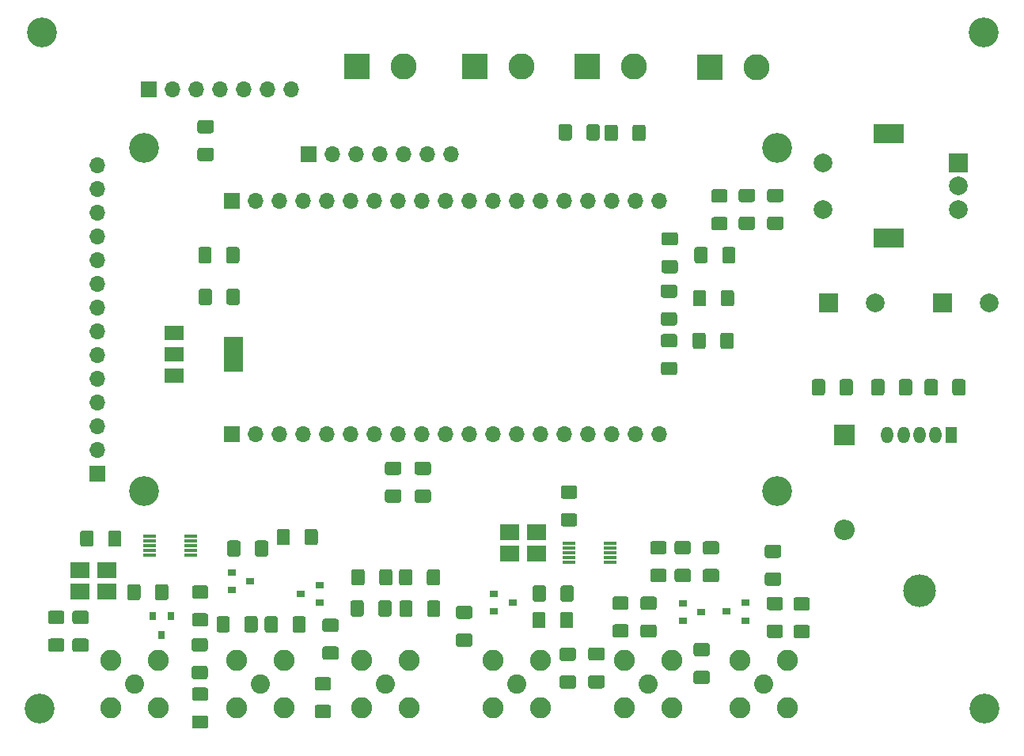
<source format=gbr>
G04 #@! TF.GenerationSoftware,KiCad,Pcbnew,(5.1.8)-1*
G04 #@! TF.CreationDate,2021-01-05T15:25:35+01:00*
G04 #@! TF.ProjectId,vfo-pcb,76666f2d-7063-4622-9e6b-696361645f70,rev?*
G04 #@! TF.SameCoordinates,Original*
G04 #@! TF.FileFunction,Soldermask,Top*
G04 #@! TF.FilePolarity,Negative*
%FSLAX46Y46*%
G04 Gerber Fmt 4.6, Leading zero omitted, Abs format (unit mm)*
G04 Created by KiCad (PCBNEW (5.1.8)-1) date 2021-01-05 15:25:35*
%MOMM*%
%LPD*%
G01*
G04 APERTURE LIST*
%ADD10O,1.275000X1.800000*%
%ADD11R,1.275000X1.800000*%
%ADD12O,3.500000X3.500000*%
%ADD13O,2.200000X2.200000*%
%ADD14R,2.200000X2.200000*%
%ADD15C,2.000000*%
%ADD16R,2.000000X2.000000*%
%ADD17C,3.200000*%
%ADD18R,0.900000X0.800000*%
%ADD19R,0.800000X0.900000*%
%ADD20R,1.700000X1.700000*%
%ADD21O,1.700000X1.700000*%
%ADD22R,1.400000X0.300000*%
%ADD23R,2.800000X2.800000*%
%ADD24C,2.800000*%
%ADD25R,3.200000X2.000000*%
%ADD26C,2.050000*%
%ADD27C,2.250000*%
%ADD28R,2.100000X1.800000*%
%ADD29R,2.000000X3.800000*%
%ADD30R,2.000000X1.500000*%
G04 APERTURE END LIST*
G36*
G01*
X102947500Y-66050000D02*
X102947500Y-67300000D01*
G75*
G02*
X102697500Y-67550000I-250000J0D01*
G01*
X101772500Y-67550000D01*
G75*
G02*
X101522500Y-67300000I0J250000D01*
G01*
X101522500Y-66050000D01*
G75*
G02*
X101772500Y-65800000I250000J0D01*
G01*
X102697500Y-65800000D01*
G75*
G02*
X102947500Y-66050000I0J-250000D01*
G01*
G37*
G36*
G01*
X105922500Y-66050000D02*
X105922500Y-67300000D01*
G75*
G02*
X105672500Y-67550000I-250000J0D01*
G01*
X104747500Y-67550000D01*
G75*
G02*
X104497500Y-67300000I0J250000D01*
G01*
X104497500Y-66050000D01*
G75*
G02*
X104747500Y-65800000I250000J0D01*
G01*
X105672500Y-65800000D01*
G75*
G02*
X105922500Y-66050000I0J-250000D01*
G01*
G37*
D10*
X136710000Y-99060000D03*
X138410000Y-99060000D03*
X140110000Y-99060000D03*
X141810000Y-99060000D03*
D11*
X143510000Y-99060000D03*
D12*
X140110000Y-115720000D03*
G36*
G01*
X143650000Y-94605000D02*
X143650000Y-93355000D01*
G75*
G02*
X143900000Y-93105000I250000J0D01*
G01*
X144825000Y-93105000D01*
G75*
G02*
X145075000Y-93355000I0J-250000D01*
G01*
X145075000Y-94605000D01*
G75*
G02*
X144825000Y-94855000I-250000J0D01*
G01*
X143900000Y-94855000D01*
G75*
G02*
X143650000Y-94605000I0J250000D01*
G01*
G37*
G36*
G01*
X140675000Y-94605000D02*
X140675000Y-93355000D01*
G75*
G02*
X140925000Y-93105000I250000J0D01*
G01*
X141850000Y-93105000D01*
G75*
G02*
X142100000Y-93355000I0J-250000D01*
G01*
X142100000Y-94605000D01*
G75*
G02*
X141850000Y-94855000I-250000J0D01*
G01*
X140925000Y-94855000D01*
G75*
G02*
X140675000Y-94605000I0J250000D01*
G01*
G37*
G36*
G01*
X137935000Y-94605000D02*
X137935000Y-93355000D01*
G75*
G02*
X138185000Y-93105000I250000J0D01*
G01*
X139110000Y-93105000D01*
G75*
G02*
X139360000Y-93355000I0J-250000D01*
G01*
X139360000Y-94605000D01*
G75*
G02*
X139110000Y-94855000I-250000J0D01*
G01*
X138185000Y-94855000D01*
G75*
G02*
X137935000Y-94605000I0J250000D01*
G01*
G37*
G36*
G01*
X134960000Y-94605000D02*
X134960000Y-93355000D01*
G75*
G02*
X135210000Y-93105000I250000J0D01*
G01*
X136135000Y-93105000D01*
G75*
G02*
X136385000Y-93355000I0J-250000D01*
G01*
X136385000Y-94605000D01*
G75*
G02*
X136135000Y-94855000I-250000J0D01*
G01*
X135210000Y-94855000D01*
G75*
G02*
X134960000Y-94605000I0J250000D01*
G01*
G37*
D13*
X132080000Y-109220000D03*
D14*
X132080000Y-99060000D03*
D15*
X147610000Y-84980000D03*
D16*
X142610000Y-84980000D03*
D15*
X135390000Y-84980000D03*
D16*
X130390000Y-84980000D03*
G36*
G01*
X63129000Y-68339000D02*
X64379000Y-68339000D01*
G75*
G02*
X64629000Y-68589000I0J-250000D01*
G01*
X64629000Y-69514000D01*
G75*
G02*
X64379000Y-69764000I-250000J0D01*
G01*
X63129000Y-69764000D01*
G75*
G02*
X62879000Y-69514000I0J250000D01*
G01*
X62879000Y-68589000D01*
G75*
G02*
X63129000Y-68339000I250000J0D01*
G01*
G37*
G36*
G01*
X63129000Y-65364000D02*
X64379000Y-65364000D01*
G75*
G02*
X64629000Y-65614000I0J-250000D01*
G01*
X64629000Y-66539000D01*
G75*
G02*
X64379000Y-66789000I-250000J0D01*
G01*
X63129000Y-66789000D01*
G75*
G02*
X62879000Y-66539000I0J250000D01*
G01*
X62879000Y-65614000D01*
G75*
G02*
X63129000Y-65364000I250000J0D01*
G01*
G37*
G36*
G01*
X75675000Y-127975000D02*
X76925000Y-127975000D01*
G75*
G02*
X77175000Y-128225000I0J-250000D01*
G01*
X77175000Y-129150000D01*
G75*
G02*
X76925000Y-129400000I-250000J0D01*
G01*
X75675000Y-129400000D01*
G75*
G02*
X75425000Y-129150000I0J250000D01*
G01*
X75425000Y-128225000D01*
G75*
G02*
X75675000Y-127975000I250000J0D01*
G01*
G37*
G36*
G01*
X75675000Y-125000000D02*
X76925000Y-125000000D01*
G75*
G02*
X77175000Y-125250000I0J-250000D01*
G01*
X77175000Y-126175000D01*
G75*
G02*
X76925000Y-126425000I-250000J0D01*
G01*
X75675000Y-126425000D01*
G75*
G02*
X75425000Y-126175000I0J250000D01*
G01*
X75425000Y-125250000D01*
G75*
G02*
X75675000Y-125000000I250000J0D01*
G01*
G37*
G36*
G01*
X62550000Y-129100000D02*
X63800000Y-129100000D01*
G75*
G02*
X64050000Y-129350000I0J-250000D01*
G01*
X64050000Y-130275000D01*
G75*
G02*
X63800000Y-130525000I-250000J0D01*
G01*
X62550000Y-130525000D01*
G75*
G02*
X62300000Y-130275000I0J250000D01*
G01*
X62300000Y-129350000D01*
G75*
G02*
X62550000Y-129100000I250000J0D01*
G01*
G37*
G36*
G01*
X62550000Y-126125000D02*
X63800000Y-126125000D01*
G75*
G02*
X64050000Y-126375000I0J-250000D01*
G01*
X64050000Y-127300000D01*
G75*
G02*
X63800000Y-127550000I-250000J0D01*
G01*
X62550000Y-127550000D01*
G75*
G02*
X62300000Y-127300000I0J250000D01*
G01*
X62300000Y-126375000D01*
G75*
G02*
X62550000Y-126125000I250000J0D01*
G01*
G37*
G36*
G01*
X80775000Y-113700000D02*
X80775000Y-114950000D01*
G75*
G02*
X80525000Y-115200000I-250000J0D01*
G01*
X79600000Y-115200000D01*
G75*
G02*
X79350000Y-114950000I0J250000D01*
G01*
X79350000Y-113700000D01*
G75*
G02*
X79600000Y-113450000I250000J0D01*
G01*
X80525000Y-113450000D01*
G75*
G02*
X80775000Y-113700000I0J-250000D01*
G01*
G37*
G36*
G01*
X83750000Y-113700000D02*
X83750000Y-114950000D01*
G75*
G02*
X83500000Y-115200000I-250000J0D01*
G01*
X82575000Y-115200000D01*
G75*
G02*
X82325000Y-114950000I0J250000D01*
G01*
X82325000Y-113700000D01*
G75*
G02*
X82575000Y-113450000I250000J0D01*
G01*
X83500000Y-113450000D01*
G75*
G02*
X83750000Y-113700000I0J-250000D01*
G01*
G37*
G36*
G01*
X66350000Y-118725000D02*
X66350000Y-119975000D01*
G75*
G02*
X66100000Y-120225000I-250000J0D01*
G01*
X65175000Y-120225000D01*
G75*
G02*
X64925000Y-119975000I0J250000D01*
G01*
X64925000Y-118725000D01*
G75*
G02*
X65175000Y-118475000I250000J0D01*
G01*
X66100000Y-118475000D01*
G75*
G02*
X66350000Y-118725000I0J-250000D01*
G01*
G37*
G36*
G01*
X69325000Y-118725000D02*
X69325000Y-119975000D01*
G75*
G02*
X69075000Y-120225000I-250000J0D01*
G01*
X68150000Y-120225000D01*
G75*
G02*
X67900000Y-119975000I0J250000D01*
G01*
X67900000Y-118725000D01*
G75*
G02*
X68150000Y-118475000I250000J0D01*
G01*
X69075000Y-118475000D01*
G75*
G02*
X69325000Y-118725000I0J-250000D01*
G01*
G37*
G36*
G01*
X47150000Y-120875000D02*
X48400000Y-120875000D01*
G75*
G02*
X48650000Y-121125000I0J-250000D01*
G01*
X48650000Y-122050000D01*
G75*
G02*
X48400000Y-122300000I-250000J0D01*
G01*
X47150000Y-122300000D01*
G75*
G02*
X46900000Y-122050000I0J250000D01*
G01*
X46900000Y-121125000D01*
G75*
G02*
X47150000Y-120875000I250000J0D01*
G01*
G37*
G36*
G01*
X47150000Y-117900000D02*
X48400000Y-117900000D01*
G75*
G02*
X48650000Y-118150000I0J-250000D01*
G01*
X48650000Y-119075000D01*
G75*
G02*
X48400000Y-119325000I-250000J0D01*
G01*
X47150000Y-119325000D01*
G75*
G02*
X46900000Y-119075000I0J250000D01*
G01*
X46900000Y-118150000D01*
G75*
G02*
X47150000Y-117900000I250000J0D01*
G01*
G37*
G36*
G01*
X80675000Y-117025000D02*
X80675000Y-118275000D01*
G75*
G02*
X80425000Y-118525000I-250000J0D01*
G01*
X79500000Y-118525000D01*
G75*
G02*
X79250000Y-118275000I0J250000D01*
G01*
X79250000Y-117025000D01*
G75*
G02*
X79500000Y-116775000I250000J0D01*
G01*
X80425000Y-116775000D01*
G75*
G02*
X80675000Y-117025000I0J-250000D01*
G01*
G37*
G36*
G01*
X83650000Y-117025000D02*
X83650000Y-118275000D01*
G75*
G02*
X83400000Y-118525000I-250000J0D01*
G01*
X82475000Y-118525000D01*
G75*
G02*
X82225000Y-118275000I0J250000D01*
G01*
X82225000Y-117025000D01*
G75*
G02*
X82475000Y-116775000I250000J0D01*
G01*
X83400000Y-116775000D01*
G75*
G02*
X83650000Y-117025000I0J-250000D01*
G01*
G37*
G36*
G01*
X106200000Y-123250000D02*
X104950000Y-123250000D01*
G75*
G02*
X104700000Y-123000000I0J250000D01*
G01*
X104700000Y-122075000D01*
G75*
G02*
X104950000Y-121825000I250000J0D01*
G01*
X106200000Y-121825000D01*
G75*
G02*
X106450000Y-122075000I0J-250000D01*
G01*
X106450000Y-123000000D01*
G75*
G02*
X106200000Y-123250000I-250000J0D01*
G01*
G37*
G36*
G01*
X106200000Y-126225000D02*
X104950000Y-126225000D01*
G75*
G02*
X104700000Y-125975000I0J250000D01*
G01*
X104700000Y-125050000D01*
G75*
G02*
X104950000Y-124800000I250000J0D01*
G01*
X106200000Y-124800000D01*
G75*
G02*
X106450000Y-125050000I0J-250000D01*
G01*
X106450000Y-125975000D01*
G75*
G02*
X106200000Y-126225000I-250000J0D01*
G01*
G37*
G36*
G01*
X103125000Y-123275000D02*
X101875000Y-123275000D01*
G75*
G02*
X101625000Y-123025000I0J250000D01*
G01*
X101625000Y-122100000D01*
G75*
G02*
X101875000Y-121850000I250000J0D01*
G01*
X103125000Y-121850000D01*
G75*
G02*
X103375000Y-122100000I0J-250000D01*
G01*
X103375000Y-123025000D01*
G75*
G02*
X103125000Y-123275000I-250000J0D01*
G01*
G37*
G36*
G01*
X103125000Y-126250000D02*
X101875000Y-126250000D01*
G75*
G02*
X101625000Y-126000000I0J250000D01*
G01*
X101625000Y-125075000D01*
G75*
G02*
X101875000Y-124825000I250000J0D01*
G01*
X103125000Y-124825000D01*
G75*
G02*
X103375000Y-125075000I0J-250000D01*
G01*
X103375000Y-126000000D01*
G75*
G02*
X103125000Y-126250000I-250000J0D01*
G01*
G37*
G36*
G01*
X107525000Y-119350000D02*
X108775000Y-119350000D01*
G75*
G02*
X109025000Y-119600000I0J-250000D01*
G01*
X109025000Y-120525000D01*
G75*
G02*
X108775000Y-120775000I-250000J0D01*
G01*
X107525000Y-120775000D01*
G75*
G02*
X107275000Y-120525000I0J250000D01*
G01*
X107275000Y-119600000D01*
G75*
G02*
X107525000Y-119350000I250000J0D01*
G01*
G37*
G36*
G01*
X107525000Y-116375000D02*
X108775000Y-116375000D01*
G75*
G02*
X109025000Y-116625000I0J-250000D01*
G01*
X109025000Y-117550000D01*
G75*
G02*
X108775000Y-117800000I-250000J0D01*
G01*
X107525000Y-117800000D01*
G75*
G02*
X107275000Y-117550000I0J250000D01*
G01*
X107275000Y-116625000D01*
G75*
G02*
X107525000Y-116375000I250000J0D01*
G01*
G37*
G36*
G01*
X101675000Y-119525000D02*
X101675000Y-118275000D01*
G75*
G02*
X101925000Y-118025000I250000J0D01*
G01*
X102850000Y-118025000D01*
G75*
G02*
X103100000Y-118275000I0J-250000D01*
G01*
X103100000Y-119525000D01*
G75*
G02*
X102850000Y-119775000I-250000J0D01*
G01*
X101925000Y-119775000D01*
G75*
G02*
X101675000Y-119525000I0J250000D01*
G01*
G37*
G36*
G01*
X98700000Y-119525000D02*
X98700000Y-118275000D01*
G75*
G02*
X98950000Y-118025000I250000J0D01*
G01*
X99875000Y-118025000D01*
G75*
G02*
X100125000Y-118275000I0J-250000D01*
G01*
X100125000Y-119525000D01*
G75*
G02*
X99875000Y-119775000I-250000J0D01*
G01*
X98950000Y-119775000D01*
G75*
G02*
X98700000Y-119525000I0J250000D01*
G01*
G37*
G36*
G01*
X128150000Y-117875000D02*
X126900000Y-117875000D01*
G75*
G02*
X126650000Y-117625000I0J250000D01*
G01*
X126650000Y-116700000D01*
G75*
G02*
X126900000Y-116450000I250000J0D01*
G01*
X128150000Y-116450000D01*
G75*
G02*
X128400000Y-116700000I0J-250000D01*
G01*
X128400000Y-117625000D01*
G75*
G02*
X128150000Y-117875000I-250000J0D01*
G01*
G37*
G36*
G01*
X128150000Y-120850000D02*
X126900000Y-120850000D01*
G75*
G02*
X126650000Y-120600000I0J250000D01*
G01*
X126650000Y-119675000D01*
G75*
G02*
X126900000Y-119425000I250000J0D01*
G01*
X128150000Y-119425000D01*
G75*
G02*
X128400000Y-119675000I0J-250000D01*
G01*
X128400000Y-120600000D01*
G75*
G02*
X128150000Y-120850000I-250000J0D01*
G01*
G37*
G36*
G01*
X125085000Y-112255000D02*
X123835000Y-112255000D01*
G75*
G02*
X123585000Y-112005000I0J250000D01*
G01*
X123585000Y-111080000D01*
G75*
G02*
X123835000Y-110830000I250000J0D01*
G01*
X125085000Y-110830000D01*
G75*
G02*
X125335000Y-111080000I0J-250000D01*
G01*
X125335000Y-112005000D01*
G75*
G02*
X125085000Y-112255000I-250000J0D01*
G01*
G37*
G36*
G01*
X125085000Y-115230000D02*
X123835000Y-115230000D01*
G75*
G02*
X123585000Y-114980000I0J250000D01*
G01*
X123585000Y-114055000D01*
G75*
G02*
X123835000Y-113805000I250000J0D01*
G01*
X125085000Y-113805000D01*
G75*
G02*
X125335000Y-114055000I0J-250000D01*
G01*
X125335000Y-114980000D01*
G75*
G02*
X125085000Y-115230000I-250000J0D01*
G01*
G37*
G36*
G01*
X73050000Y-120000000D02*
X73050000Y-118750000D01*
G75*
G02*
X73300000Y-118500000I250000J0D01*
G01*
X74225000Y-118500000D01*
G75*
G02*
X74475000Y-118750000I0J-250000D01*
G01*
X74475000Y-120000000D01*
G75*
G02*
X74225000Y-120250000I-250000J0D01*
G01*
X73300000Y-120250000D01*
G75*
G02*
X73050000Y-120000000I0J250000D01*
G01*
G37*
G36*
G01*
X70075000Y-120000000D02*
X70075000Y-118750000D01*
G75*
G02*
X70325000Y-118500000I250000J0D01*
G01*
X71250000Y-118500000D01*
G75*
G02*
X71500000Y-118750000I0J-250000D01*
G01*
X71500000Y-120000000D01*
G75*
G02*
X71250000Y-120250000I-250000J0D01*
G01*
X70325000Y-120250000D01*
G75*
G02*
X70075000Y-120000000I0J250000D01*
G01*
G37*
D17*
X147005040Y-56022240D03*
X45968920Y-128361440D03*
X46248320Y-56022240D03*
X147096480Y-128361440D03*
X57171360Y-105094520D03*
X124871360Y-105094520D03*
X124871360Y-68374520D03*
X57171360Y-68374520D03*
D18*
X116803680Y-118056660D03*
X114803680Y-119006660D03*
X114803680Y-117106660D03*
X96623380Y-117033040D03*
X94623380Y-117983040D03*
X94623380Y-116083040D03*
X119512840Y-118000780D03*
X121512840Y-117050780D03*
X121512840Y-118950780D03*
X68536060Y-114762280D03*
X66536060Y-115712280D03*
X66536060Y-113812280D03*
D19*
X59070240Y-120461280D03*
X58120240Y-118461280D03*
X60020240Y-118461280D03*
D18*
X73963020Y-116098320D03*
X75963020Y-115148320D03*
X75963020Y-117048320D03*
G36*
G01*
X87432180Y-114950400D02*
X87432180Y-113700400D01*
G75*
G02*
X87682180Y-113450400I250000J0D01*
G01*
X88607180Y-113450400D01*
G75*
G02*
X88857180Y-113700400I0J-250000D01*
G01*
X88857180Y-114950400D01*
G75*
G02*
X88607180Y-115200400I-250000J0D01*
G01*
X87682180Y-115200400D01*
G75*
G02*
X87432180Y-114950400I0J250000D01*
G01*
G37*
G36*
G01*
X84457180Y-114950400D02*
X84457180Y-113700400D01*
G75*
G02*
X84707180Y-113450400I250000J0D01*
G01*
X85632180Y-113450400D01*
G75*
G02*
X85882180Y-113700400I0J-250000D01*
G01*
X85882180Y-114950400D01*
G75*
G02*
X85632180Y-115200400I-250000J0D01*
G01*
X84707180Y-115200400D01*
G75*
G02*
X84457180Y-114950400I0J250000D01*
G01*
G37*
G36*
G01*
X77750000Y-120175000D02*
X76500000Y-120175000D01*
G75*
G02*
X76250000Y-119925000I0J250000D01*
G01*
X76250000Y-119000000D01*
G75*
G02*
X76500000Y-118750000I250000J0D01*
G01*
X77750000Y-118750000D01*
G75*
G02*
X78000000Y-119000000I0J-250000D01*
G01*
X78000000Y-119925000D01*
G75*
G02*
X77750000Y-120175000I-250000J0D01*
G01*
G37*
G36*
G01*
X77750000Y-123150000D02*
X76500000Y-123150000D01*
G75*
G02*
X76250000Y-122900000I0J250000D01*
G01*
X76250000Y-121975000D01*
G75*
G02*
X76500000Y-121725000I250000J0D01*
G01*
X77750000Y-121725000D01*
G75*
G02*
X78000000Y-121975000I0J-250000D01*
G01*
X78000000Y-122900000D01*
G75*
G02*
X77750000Y-123150000I-250000J0D01*
G01*
G37*
G36*
G01*
X56796640Y-115290440D02*
X56796640Y-116540440D01*
G75*
G02*
X56546640Y-116790440I-250000J0D01*
G01*
X55621640Y-116790440D01*
G75*
G02*
X55371640Y-116540440I0J250000D01*
G01*
X55371640Y-115290440D01*
G75*
G02*
X55621640Y-115040440I250000J0D01*
G01*
X56546640Y-115040440D01*
G75*
G02*
X56796640Y-115290440I0J-250000D01*
G01*
G37*
G36*
G01*
X59771640Y-115290440D02*
X59771640Y-116540440D01*
G75*
G02*
X59521640Y-116790440I-250000J0D01*
G01*
X58596640Y-116790440D01*
G75*
G02*
X58346640Y-116540440I0J250000D01*
G01*
X58346640Y-115290440D01*
G75*
G02*
X58596640Y-115040440I250000J0D01*
G01*
X59521640Y-115040440D01*
G75*
G02*
X59771640Y-115290440I0J-250000D01*
G01*
G37*
G36*
G01*
X110525400Y-119359980D02*
X111775400Y-119359980D01*
G75*
G02*
X112025400Y-119609980I0J-250000D01*
G01*
X112025400Y-120534980D01*
G75*
G02*
X111775400Y-120784980I-250000J0D01*
G01*
X110525400Y-120784980D01*
G75*
G02*
X110275400Y-120534980I0J250000D01*
G01*
X110275400Y-119609980D01*
G75*
G02*
X110525400Y-119359980I250000J0D01*
G01*
G37*
G36*
G01*
X110525400Y-116384980D02*
X111775400Y-116384980D01*
G75*
G02*
X112025400Y-116634980I0J-250000D01*
G01*
X112025400Y-117559980D01*
G75*
G02*
X111775400Y-117809980I-250000J0D01*
G01*
X110525400Y-117809980D01*
G75*
G02*
X110275400Y-117559980I0J250000D01*
G01*
X110275400Y-116634980D01*
G75*
G02*
X110525400Y-116384980I250000J0D01*
G01*
G37*
G36*
G01*
X90794680Y-120330260D02*
X92044680Y-120330260D01*
G75*
G02*
X92294680Y-120580260I0J-250000D01*
G01*
X92294680Y-121505260D01*
G75*
G02*
X92044680Y-121755260I-250000J0D01*
G01*
X90794680Y-121755260D01*
G75*
G02*
X90544680Y-121505260I0J250000D01*
G01*
X90544680Y-120580260D01*
G75*
G02*
X90794680Y-120330260I250000J0D01*
G01*
G37*
G36*
G01*
X90794680Y-117355260D02*
X92044680Y-117355260D01*
G75*
G02*
X92294680Y-117605260I0J-250000D01*
G01*
X92294680Y-118530260D01*
G75*
G02*
X92044680Y-118780260I-250000J0D01*
G01*
X90794680Y-118780260D01*
G75*
G02*
X90544680Y-118530260I0J250000D01*
G01*
X90544680Y-117605260D01*
G75*
G02*
X90794680Y-117355260I250000J0D01*
G01*
G37*
G36*
G01*
X124035660Y-119390460D02*
X125285660Y-119390460D01*
G75*
G02*
X125535660Y-119640460I0J-250000D01*
G01*
X125535660Y-120565460D01*
G75*
G02*
X125285660Y-120815460I-250000J0D01*
G01*
X124035660Y-120815460D01*
G75*
G02*
X123785660Y-120565460I0J250000D01*
G01*
X123785660Y-119640460D01*
G75*
G02*
X124035660Y-119390460I250000J0D01*
G01*
G37*
G36*
G01*
X124035660Y-116415460D02*
X125285660Y-116415460D01*
G75*
G02*
X125535660Y-116665460I0J-250000D01*
G01*
X125535660Y-117590460D01*
G75*
G02*
X125285660Y-117840460I-250000J0D01*
G01*
X124035660Y-117840460D01*
G75*
G02*
X123785660Y-117590460I0J250000D01*
G01*
X123785660Y-116665460D01*
G75*
G02*
X124035660Y-116415460I250000J0D01*
G01*
G37*
G36*
G01*
X101724760Y-116685220D02*
X101724760Y-115435220D01*
G75*
G02*
X101974760Y-115185220I250000J0D01*
G01*
X102899760Y-115185220D01*
G75*
G02*
X103149760Y-115435220I0J-250000D01*
G01*
X103149760Y-116685220D01*
G75*
G02*
X102899760Y-116935220I-250000J0D01*
G01*
X101974760Y-116935220D01*
G75*
G02*
X101724760Y-116685220I0J250000D01*
G01*
G37*
G36*
G01*
X98749760Y-116685220D02*
X98749760Y-115435220D01*
G75*
G02*
X98999760Y-115185220I250000J0D01*
G01*
X99924760Y-115185220D01*
G75*
G02*
X100174760Y-115435220I0J-250000D01*
G01*
X100174760Y-116685220D01*
G75*
G02*
X99924760Y-116935220I-250000J0D01*
G01*
X98999760Y-116935220D01*
G75*
G02*
X98749760Y-116685220I0J250000D01*
G01*
G37*
G36*
G01*
X115430460Y-111858760D02*
X114180460Y-111858760D01*
G75*
G02*
X113930460Y-111608760I0J250000D01*
G01*
X113930460Y-110683760D01*
G75*
G02*
X114180460Y-110433760I250000J0D01*
G01*
X115430460Y-110433760D01*
G75*
G02*
X115680460Y-110683760I0J-250000D01*
G01*
X115680460Y-111608760D01*
G75*
G02*
X115430460Y-111858760I-250000J0D01*
G01*
G37*
G36*
G01*
X115430460Y-114833760D02*
X114180460Y-114833760D01*
G75*
G02*
X113930460Y-114583760I0J250000D01*
G01*
X113930460Y-113658760D01*
G75*
G02*
X114180460Y-113408760I250000J0D01*
G01*
X115430460Y-113408760D01*
G75*
G02*
X115680460Y-113658760I0J-250000D01*
G01*
X115680460Y-114583760D01*
G75*
G02*
X115430460Y-114833760I-250000J0D01*
G01*
G37*
G36*
G01*
X118445440Y-111879080D02*
X117195440Y-111879080D01*
G75*
G02*
X116945440Y-111629080I0J250000D01*
G01*
X116945440Y-110704080D01*
G75*
G02*
X117195440Y-110454080I250000J0D01*
G01*
X118445440Y-110454080D01*
G75*
G02*
X118695440Y-110704080I0J-250000D01*
G01*
X118695440Y-111629080D01*
G75*
G02*
X118445440Y-111879080I-250000J0D01*
G01*
G37*
G36*
G01*
X118445440Y-114854080D02*
X117195440Y-114854080D01*
G75*
G02*
X116945440Y-114604080I0J250000D01*
G01*
X116945440Y-113679080D01*
G75*
G02*
X117195440Y-113429080I250000J0D01*
G01*
X118445440Y-113429080D01*
G75*
G02*
X118695440Y-113679080I0J-250000D01*
G01*
X118695440Y-114604080D01*
G75*
G02*
X118445440Y-114854080I-250000J0D01*
G01*
G37*
D20*
X57713880Y-62047120D03*
D21*
X60253880Y-62047120D03*
X62793880Y-62047120D03*
X65333880Y-62047120D03*
X67873880Y-62047120D03*
X70413880Y-62047120D03*
X72953880Y-62047120D03*
D22*
X62164320Y-109931960D03*
X62164320Y-110431960D03*
X62164320Y-110931960D03*
X62164320Y-111431960D03*
X62164320Y-111931960D03*
X57764320Y-111931960D03*
X57764320Y-111431960D03*
X57764320Y-110931960D03*
X57764320Y-110431960D03*
X57764320Y-109931960D03*
G36*
G01*
X131585000Y-94605000D02*
X131585000Y-93355000D01*
G75*
G02*
X131835000Y-93105000I250000J0D01*
G01*
X132760000Y-93105000D01*
G75*
G02*
X133010000Y-93355000I0J-250000D01*
G01*
X133010000Y-94605000D01*
G75*
G02*
X132760000Y-94855000I-250000J0D01*
G01*
X131835000Y-94855000D01*
G75*
G02*
X131585000Y-94605000I0J250000D01*
G01*
G37*
G36*
G01*
X128610000Y-94605000D02*
X128610000Y-93355000D01*
G75*
G02*
X128860000Y-93105000I250000J0D01*
G01*
X129785000Y-93105000D01*
G75*
G02*
X130035000Y-93355000I0J-250000D01*
G01*
X130035000Y-94605000D01*
G75*
G02*
X129785000Y-94855000I-250000J0D01*
G01*
X128860000Y-94855000D01*
G75*
G02*
X128610000Y-94605000I0J250000D01*
G01*
G37*
D21*
X112323880Y-98983800D03*
X109783880Y-98983800D03*
X107243880Y-98983800D03*
X104703880Y-98983800D03*
X102163880Y-98983800D03*
X99623880Y-98983800D03*
X97083880Y-98983800D03*
X94543880Y-98983800D03*
X92003880Y-98983800D03*
X89463880Y-98983800D03*
X86923880Y-98983800D03*
X84383880Y-98983800D03*
X81843880Y-98983800D03*
X79303880Y-98983800D03*
X76763880Y-98983800D03*
X74223880Y-98983800D03*
X71683880Y-98983800D03*
X69143880Y-98983800D03*
D20*
X66603880Y-98983800D03*
X66603880Y-73983800D03*
D21*
X69143880Y-73983800D03*
X71683880Y-73983800D03*
X74223880Y-73983800D03*
X76763880Y-73983800D03*
X79303880Y-73983800D03*
X81843880Y-73983800D03*
X84383880Y-73983800D03*
X86923880Y-73983800D03*
X89463880Y-73983800D03*
X92003880Y-73983800D03*
X94543880Y-73983800D03*
X97083880Y-73983800D03*
X99623880Y-73983800D03*
X102163880Y-73983800D03*
X104703880Y-73983800D03*
X107243880Y-73983800D03*
X109783880Y-73983800D03*
X112323880Y-73983800D03*
D23*
X104546400Y-59598560D03*
D24*
X109546400Y-59598560D03*
X84908400Y-59598560D03*
D23*
X79908400Y-59598560D03*
D20*
X52161440Y-103235760D03*
D21*
X52161440Y-100695760D03*
X52161440Y-98155760D03*
X52161440Y-95615760D03*
X52161440Y-93075760D03*
X52161440Y-90535760D03*
X52161440Y-87995760D03*
X52161440Y-85455760D03*
X52161440Y-82915760D03*
X52161440Y-80375760D03*
X52161440Y-77835760D03*
X52161440Y-75295760D03*
X52161440Y-72755760D03*
X52161440Y-70215760D03*
D16*
X144327880Y-69936360D03*
D15*
X144327880Y-72436360D03*
X144327880Y-74936360D03*
D25*
X136827880Y-66836360D03*
X136827880Y-78036360D03*
D15*
X129827880Y-69936360D03*
X129827880Y-74936360D03*
D24*
X97572840Y-59598560D03*
D23*
X92572840Y-59598560D03*
X117698520Y-59700160D03*
D24*
X122698520Y-59700160D03*
D20*
X74792840Y-68991480D03*
D21*
X77332840Y-68991480D03*
X79872840Y-68991480D03*
X82412840Y-68991480D03*
X84952840Y-68991480D03*
X87492840Y-68991480D03*
X90032840Y-68991480D03*
G36*
G01*
X121041000Y-72730000D02*
X122291000Y-72730000D01*
G75*
G02*
X122541000Y-72980000I0J-250000D01*
G01*
X122541000Y-73905000D01*
G75*
G02*
X122291000Y-74155000I-250000J0D01*
G01*
X121041000Y-74155000D01*
G75*
G02*
X120791000Y-73905000I0J250000D01*
G01*
X120791000Y-72980000D01*
G75*
G02*
X121041000Y-72730000I250000J0D01*
G01*
G37*
G36*
G01*
X121041000Y-75705000D02*
X122291000Y-75705000D01*
G75*
G02*
X122541000Y-75955000I0J-250000D01*
G01*
X122541000Y-76880000D01*
G75*
G02*
X122291000Y-77130000I-250000J0D01*
G01*
X121041000Y-77130000D01*
G75*
G02*
X120791000Y-76880000I0J250000D01*
G01*
X120791000Y-75955000D01*
G75*
G02*
X121041000Y-75705000I250000J0D01*
G01*
G37*
G36*
G01*
X124089000Y-72730000D02*
X125339000Y-72730000D01*
G75*
G02*
X125589000Y-72980000I0J-250000D01*
G01*
X125589000Y-73905000D01*
G75*
G02*
X125339000Y-74155000I-250000J0D01*
G01*
X124089000Y-74155000D01*
G75*
G02*
X123839000Y-73905000I0J250000D01*
G01*
X123839000Y-72980000D01*
G75*
G02*
X124089000Y-72730000I250000J0D01*
G01*
G37*
G36*
G01*
X124089000Y-75705000D02*
X125339000Y-75705000D01*
G75*
G02*
X125589000Y-75955000I0J-250000D01*
G01*
X125589000Y-76880000D01*
G75*
G02*
X125339000Y-77130000I-250000J0D01*
G01*
X124089000Y-77130000D01*
G75*
G02*
X123839000Y-76880000I0J250000D01*
G01*
X123839000Y-75955000D01*
G75*
G02*
X124089000Y-75705000I250000J0D01*
G01*
G37*
G36*
G01*
X118109000Y-75745000D02*
X119359000Y-75745000D01*
G75*
G02*
X119609000Y-75995000I0J-250000D01*
G01*
X119609000Y-76920000D01*
G75*
G02*
X119359000Y-77170000I-250000J0D01*
G01*
X118109000Y-77170000D01*
G75*
G02*
X117859000Y-76920000I0J250000D01*
G01*
X117859000Y-75995000D01*
G75*
G02*
X118109000Y-75745000I250000J0D01*
G01*
G37*
G36*
G01*
X118109000Y-72770000D02*
X119359000Y-72770000D01*
G75*
G02*
X119609000Y-73020000I0J-250000D01*
G01*
X119609000Y-73945000D01*
G75*
G02*
X119359000Y-74195000I-250000J0D01*
G01*
X118109000Y-74195000D01*
G75*
G02*
X117859000Y-73945000I0J250000D01*
G01*
X117859000Y-73020000D01*
G75*
G02*
X118109000Y-72770000I250000J0D01*
G01*
G37*
G36*
G01*
X110835800Y-66116040D02*
X110835800Y-67366040D01*
G75*
G02*
X110585800Y-67616040I-250000J0D01*
G01*
X109660800Y-67616040D01*
G75*
G02*
X109410800Y-67366040I0J250000D01*
G01*
X109410800Y-66116040D01*
G75*
G02*
X109660800Y-65866040I250000J0D01*
G01*
X110585800Y-65866040D01*
G75*
G02*
X110835800Y-66116040I0J-250000D01*
G01*
G37*
G36*
G01*
X107860800Y-66116040D02*
X107860800Y-67366040D01*
G75*
G02*
X107610800Y-67616040I-250000J0D01*
G01*
X106685800Y-67616040D01*
G75*
G02*
X106435800Y-67366040I0J250000D01*
G01*
X106435800Y-66116040D01*
G75*
G02*
X106685800Y-65866040I250000J0D01*
G01*
X107610800Y-65866040D01*
G75*
G02*
X107860800Y-66116040I0J-250000D01*
G01*
G37*
G36*
G01*
X115894760Y-85069840D02*
X115894760Y-83819840D01*
G75*
G02*
X116144760Y-83569840I250000J0D01*
G01*
X117069760Y-83569840D01*
G75*
G02*
X117319760Y-83819840I0J-250000D01*
G01*
X117319760Y-85069840D01*
G75*
G02*
X117069760Y-85319840I-250000J0D01*
G01*
X116144760Y-85319840D01*
G75*
G02*
X115894760Y-85069840I0J250000D01*
G01*
G37*
G36*
G01*
X118869760Y-85069840D02*
X118869760Y-83819840D01*
G75*
G02*
X119119760Y-83569840I250000J0D01*
G01*
X120044760Y-83569840D01*
G75*
G02*
X120294760Y-83819840I0J-250000D01*
G01*
X120294760Y-85069840D01*
G75*
G02*
X120044760Y-85319840I-250000J0D01*
G01*
X119119760Y-85319840D01*
G75*
G02*
X118869760Y-85069840I0J250000D01*
G01*
G37*
G36*
G01*
X118824040Y-89616440D02*
X118824040Y-88366440D01*
G75*
G02*
X119074040Y-88116440I250000J0D01*
G01*
X119999040Y-88116440D01*
G75*
G02*
X120249040Y-88366440I0J-250000D01*
G01*
X120249040Y-89616440D01*
G75*
G02*
X119999040Y-89866440I-250000J0D01*
G01*
X119074040Y-89866440D01*
G75*
G02*
X118824040Y-89616440I0J250000D01*
G01*
G37*
G36*
G01*
X115849040Y-89616440D02*
X115849040Y-88366440D01*
G75*
G02*
X116099040Y-88116440I250000J0D01*
G01*
X117024040Y-88116440D01*
G75*
G02*
X117274040Y-88366440I0J-250000D01*
G01*
X117274040Y-89616440D01*
G75*
G02*
X117024040Y-89866440I-250000J0D01*
G01*
X116099040Y-89866440D01*
G75*
G02*
X115849040Y-89616440I0J250000D01*
G01*
G37*
G36*
G01*
X116047160Y-80452120D02*
X116047160Y-79202120D01*
G75*
G02*
X116297160Y-78952120I250000J0D01*
G01*
X117222160Y-78952120D01*
G75*
G02*
X117472160Y-79202120I0J-250000D01*
G01*
X117472160Y-80452120D01*
G75*
G02*
X117222160Y-80702120I-250000J0D01*
G01*
X116297160Y-80702120D01*
G75*
G02*
X116047160Y-80452120I0J250000D01*
G01*
G37*
G36*
G01*
X119022160Y-80452120D02*
X119022160Y-79202120D01*
G75*
G02*
X119272160Y-78952120I250000J0D01*
G01*
X120197160Y-78952120D01*
G75*
G02*
X120447160Y-79202120I0J-250000D01*
G01*
X120447160Y-80452120D01*
G75*
G02*
X120197160Y-80702120I-250000J0D01*
G01*
X119272160Y-80702120D01*
G75*
G02*
X119022160Y-80452120I0J250000D01*
G01*
G37*
G36*
G01*
X113954720Y-87371280D02*
X112704720Y-87371280D01*
G75*
G02*
X112454720Y-87121280I0J250000D01*
G01*
X112454720Y-86196280D01*
G75*
G02*
X112704720Y-85946280I250000J0D01*
G01*
X113954720Y-85946280D01*
G75*
G02*
X114204720Y-86196280I0J-250000D01*
G01*
X114204720Y-87121280D01*
G75*
G02*
X113954720Y-87371280I-250000J0D01*
G01*
G37*
G36*
G01*
X113954720Y-84396280D02*
X112704720Y-84396280D01*
G75*
G02*
X112454720Y-84146280I0J250000D01*
G01*
X112454720Y-83221280D01*
G75*
G02*
X112704720Y-82971280I250000J0D01*
G01*
X113954720Y-82971280D01*
G75*
G02*
X114204720Y-83221280I0J-250000D01*
G01*
X114204720Y-84146280D01*
G75*
G02*
X113954720Y-84396280I-250000J0D01*
G01*
G37*
G36*
G01*
X113964880Y-89704880D02*
X112714880Y-89704880D01*
G75*
G02*
X112464880Y-89454880I0J250000D01*
G01*
X112464880Y-88529880D01*
G75*
G02*
X112714880Y-88279880I250000J0D01*
G01*
X113964880Y-88279880D01*
G75*
G02*
X114214880Y-88529880I0J-250000D01*
G01*
X114214880Y-89454880D01*
G75*
G02*
X113964880Y-89704880I-250000J0D01*
G01*
G37*
G36*
G01*
X113964880Y-92679880D02*
X112714880Y-92679880D01*
G75*
G02*
X112464880Y-92429880I0J250000D01*
G01*
X112464880Y-91504880D01*
G75*
G02*
X112714880Y-91254880I250000J0D01*
G01*
X113964880Y-91254880D01*
G75*
G02*
X114214880Y-91504880I0J-250000D01*
G01*
X114214880Y-92429880D01*
G75*
G02*
X113964880Y-92679880I-250000J0D01*
G01*
G37*
G36*
G01*
X114030920Y-81773120D02*
X112780920Y-81773120D01*
G75*
G02*
X112530920Y-81523120I0J250000D01*
G01*
X112530920Y-80598120D01*
G75*
G02*
X112780920Y-80348120I250000J0D01*
G01*
X114030920Y-80348120D01*
G75*
G02*
X114280920Y-80598120I0J-250000D01*
G01*
X114280920Y-81523120D01*
G75*
G02*
X114030920Y-81773120I-250000J0D01*
G01*
G37*
G36*
G01*
X114030920Y-78798120D02*
X112780920Y-78798120D01*
G75*
G02*
X112530920Y-78548120I0J250000D01*
G01*
X112530920Y-77623120D01*
G75*
G02*
X112780920Y-77373120I250000J0D01*
G01*
X114030920Y-77373120D01*
G75*
G02*
X114280920Y-77623120I0J-250000D01*
G01*
X114280920Y-78548120D01*
G75*
G02*
X114030920Y-78798120I-250000J0D01*
G01*
G37*
G36*
G01*
X102006240Y-107465160D02*
X103256240Y-107465160D01*
G75*
G02*
X103506240Y-107715160I0J-250000D01*
G01*
X103506240Y-108640160D01*
G75*
G02*
X103256240Y-108890160I-250000J0D01*
G01*
X102006240Y-108890160D01*
G75*
G02*
X101756240Y-108640160I0J250000D01*
G01*
X101756240Y-107715160D01*
G75*
G02*
X102006240Y-107465160I250000J0D01*
G01*
G37*
G36*
G01*
X102006240Y-104490160D02*
X103256240Y-104490160D01*
G75*
G02*
X103506240Y-104740160I0J-250000D01*
G01*
X103506240Y-105665160D01*
G75*
G02*
X103256240Y-105915160I-250000J0D01*
G01*
X102006240Y-105915160D01*
G75*
G02*
X101756240Y-105665160I0J250000D01*
G01*
X101756240Y-104740160D01*
G75*
G02*
X102006240Y-104490160I250000J0D01*
G01*
G37*
G36*
G01*
X50347520Y-110800040D02*
X50347520Y-109550040D01*
G75*
G02*
X50597520Y-109300040I250000J0D01*
G01*
X51522520Y-109300040D01*
G75*
G02*
X51772520Y-109550040I0J-250000D01*
G01*
X51772520Y-110800040D01*
G75*
G02*
X51522520Y-111050040I-250000J0D01*
G01*
X50597520Y-111050040D01*
G75*
G02*
X50347520Y-110800040I0J250000D01*
G01*
G37*
G36*
G01*
X53322520Y-110800040D02*
X53322520Y-109550040D01*
G75*
G02*
X53572520Y-109300040I250000J0D01*
G01*
X54497520Y-109300040D01*
G75*
G02*
X54747520Y-109550040I0J-250000D01*
G01*
X54747520Y-110800040D01*
G75*
G02*
X54497520Y-111050040I-250000J0D01*
G01*
X53572520Y-111050040D01*
G75*
G02*
X53322520Y-110800040I0J250000D01*
G01*
G37*
D26*
X123489720Y-125712220D03*
D27*
X126029720Y-128252220D03*
X126029720Y-123172220D03*
X120949720Y-123172220D03*
X120949720Y-128252220D03*
D26*
X111114840Y-125712220D03*
D27*
X113654840Y-128252220D03*
X113654840Y-123172220D03*
X108574840Y-123172220D03*
X108574840Y-128252220D03*
D26*
X97025000Y-125750000D03*
D27*
X99565000Y-128290000D03*
X99565000Y-123210000D03*
X94485000Y-123210000D03*
X94485000Y-128290000D03*
X80465168Y-128252220D03*
X80465168Y-123172220D03*
X85545168Y-123172220D03*
X85545168Y-128252220D03*
D26*
X83005168Y-125712220D03*
D27*
X67044824Y-128252220D03*
X67044824Y-123172220D03*
X72124824Y-123172220D03*
X72124824Y-128252220D03*
D26*
X69584824Y-125712220D03*
D27*
X53604160Y-128252220D03*
X53604160Y-123172220D03*
X58684160Y-123172220D03*
X58684160Y-128252220D03*
D26*
X56144160Y-125712220D03*
D22*
X102635960Y-110673640D03*
X102635960Y-111173640D03*
X102635960Y-111673640D03*
X102635960Y-112173640D03*
X102635960Y-112673640D03*
X107035960Y-112673640D03*
X107035960Y-112173640D03*
X107035960Y-111673640D03*
X107035960Y-111173640D03*
X107035960Y-110673640D03*
D28*
X99176500Y-109461920D03*
X96276500Y-109461920D03*
X96276500Y-111761920D03*
X99176500Y-111761920D03*
X53207580Y-115823380D03*
X50307580Y-115823380D03*
X50307580Y-113523380D03*
X53207580Y-113523380D03*
G36*
G01*
X67376400Y-79212280D02*
X67376400Y-80462280D01*
G75*
G02*
X67126400Y-80712280I-250000J0D01*
G01*
X66201400Y-80712280D01*
G75*
G02*
X65951400Y-80462280I0J250000D01*
G01*
X65951400Y-79212280D01*
G75*
G02*
X66201400Y-78962280I250000J0D01*
G01*
X67126400Y-78962280D01*
G75*
G02*
X67376400Y-79212280I0J-250000D01*
G01*
G37*
G36*
G01*
X64401400Y-79212280D02*
X64401400Y-80462280D01*
G75*
G02*
X64151400Y-80712280I-250000J0D01*
G01*
X63226400Y-80712280D01*
G75*
G02*
X62976400Y-80462280I0J250000D01*
G01*
X62976400Y-79212280D01*
G75*
G02*
X63226400Y-78962280I250000J0D01*
G01*
X64151400Y-78962280D01*
G75*
G02*
X64401400Y-79212280I0J-250000D01*
G01*
G37*
G36*
G01*
X65992040Y-84922520D02*
X65992040Y-83672520D01*
G75*
G02*
X66242040Y-83422520I250000J0D01*
G01*
X67167040Y-83422520D01*
G75*
G02*
X67417040Y-83672520I0J-250000D01*
G01*
X67417040Y-84922520D01*
G75*
G02*
X67167040Y-85172520I-250000J0D01*
G01*
X66242040Y-85172520D01*
G75*
G02*
X65992040Y-84922520I0J250000D01*
G01*
G37*
G36*
G01*
X63017040Y-84922520D02*
X63017040Y-83672520D01*
G75*
G02*
X63267040Y-83422520I250000J0D01*
G01*
X64192040Y-83422520D01*
G75*
G02*
X64442040Y-83672520I0J-250000D01*
G01*
X64442040Y-84922520D01*
G75*
G02*
X64192040Y-85172520I-250000J0D01*
G01*
X63267040Y-85172520D01*
G75*
G02*
X63017040Y-84922520I0J250000D01*
G01*
G37*
D29*
X66721120Y-90418920D03*
D30*
X60421120Y-90418920D03*
X60421120Y-92718920D03*
X60421120Y-88118920D03*
G36*
G01*
X87620000Y-106340000D02*
X86370000Y-106340000D01*
G75*
G02*
X86120000Y-106090000I0J250000D01*
G01*
X86120000Y-105165000D01*
G75*
G02*
X86370000Y-104915000I250000J0D01*
G01*
X87620000Y-104915000D01*
G75*
G02*
X87870000Y-105165000I0J-250000D01*
G01*
X87870000Y-106090000D01*
G75*
G02*
X87620000Y-106340000I-250000J0D01*
G01*
G37*
G36*
G01*
X87620000Y-103365000D02*
X86370000Y-103365000D01*
G75*
G02*
X86120000Y-103115000I0J250000D01*
G01*
X86120000Y-102190000D01*
G75*
G02*
X86370000Y-101940000I250000J0D01*
G01*
X87620000Y-101940000D01*
G75*
G02*
X87870000Y-102190000I0J-250000D01*
G01*
X87870000Y-103115000D01*
G75*
G02*
X87620000Y-103365000I-250000J0D01*
G01*
G37*
G36*
G01*
X84445000Y-103365000D02*
X83195000Y-103365000D01*
G75*
G02*
X82945000Y-103115000I0J250000D01*
G01*
X82945000Y-102190000D01*
G75*
G02*
X83195000Y-101940000I250000J0D01*
G01*
X84445000Y-101940000D01*
G75*
G02*
X84695000Y-102190000I0J-250000D01*
G01*
X84695000Y-103115000D01*
G75*
G02*
X84445000Y-103365000I-250000J0D01*
G01*
G37*
G36*
G01*
X84445000Y-106340000D02*
X83195000Y-106340000D01*
G75*
G02*
X82945000Y-106090000I0J250000D01*
G01*
X82945000Y-105165000D01*
G75*
G02*
X83195000Y-104915000I250000J0D01*
G01*
X84445000Y-104915000D01*
G75*
G02*
X84695000Y-105165000I0J-250000D01*
G01*
X84695000Y-106090000D01*
G75*
G02*
X84445000Y-106340000I-250000J0D01*
G01*
G37*
G36*
G01*
X75758400Y-109387480D02*
X75758400Y-110637480D01*
G75*
G02*
X75508400Y-110887480I-250000J0D01*
G01*
X74583400Y-110887480D01*
G75*
G02*
X74333400Y-110637480I0J250000D01*
G01*
X74333400Y-109387480D01*
G75*
G02*
X74583400Y-109137480I250000J0D01*
G01*
X75508400Y-109137480D01*
G75*
G02*
X75758400Y-109387480I0J-250000D01*
G01*
G37*
G36*
G01*
X72783400Y-109387480D02*
X72783400Y-110637480D01*
G75*
G02*
X72533400Y-110887480I-250000J0D01*
G01*
X71608400Y-110887480D01*
G75*
G02*
X71358400Y-110637480I0J250000D01*
G01*
X71358400Y-109387480D01*
G75*
G02*
X71608400Y-109137480I250000J0D01*
G01*
X72533400Y-109137480D01*
G75*
G02*
X72783400Y-109387480I0J-250000D01*
G01*
G37*
G36*
G01*
X67484960Y-110616840D02*
X67484960Y-111866840D01*
G75*
G02*
X67234960Y-112116840I-250000J0D01*
G01*
X66309960Y-112116840D01*
G75*
G02*
X66059960Y-111866840I0J250000D01*
G01*
X66059960Y-110616840D01*
G75*
G02*
X66309960Y-110366840I250000J0D01*
G01*
X67234960Y-110366840D01*
G75*
G02*
X67484960Y-110616840I0J-250000D01*
G01*
G37*
G36*
G01*
X70459960Y-110616840D02*
X70459960Y-111866840D01*
G75*
G02*
X70209960Y-112116840I-250000J0D01*
G01*
X69284960Y-112116840D01*
G75*
G02*
X69034960Y-111866840I0J250000D01*
G01*
X69034960Y-110616840D01*
G75*
G02*
X69284960Y-110366840I250000J0D01*
G01*
X70209960Y-110366840D01*
G75*
G02*
X70459960Y-110616840I0J-250000D01*
G01*
G37*
G36*
G01*
X63797340Y-119591180D02*
X62547340Y-119591180D01*
G75*
G02*
X62297340Y-119341180I0J250000D01*
G01*
X62297340Y-118416180D01*
G75*
G02*
X62547340Y-118166180I250000J0D01*
G01*
X63797340Y-118166180D01*
G75*
G02*
X64047340Y-118416180I0J-250000D01*
G01*
X64047340Y-119341180D01*
G75*
G02*
X63797340Y-119591180I-250000J0D01*
G01*
G37*
G36*
G01*
X63797340Y-116616180D02*
X62547340Y-116616180D01*
G75*
G02*
X62297340Y-116366180I0J250000D01*
G01*
X62297340Y-115441180D01*
G75*
G02*
X62547340Y-115191180I250000J0D01*
G01*
X63797340Y-115191180D01*
G75*
G02*
X64047340Y-115441180I0J-250000D01*
G01*
X64047340Y-116366180D01*
G75*
G02*
X63797340Y-116616180I-250000J0D01*
G01*
G37*
G36*
G01*
X84475000Y-118300000D02*
X84475000Y-117050000D01*
G75*
G02*
X84725000Y-116800000I250000J0D01*
G01*
X85650000Y-116800000D01*
G75*
G02*
X85900000Y-117050000I0J-250000D01*
G01*
X85900000Y-118300000D01*
G75*
G02*
X85650000Y-118550000I-250000J0D01*
G01*
X84725000Y-118550000D01*
G75*
G02*
X84475000Y-118300000I0J250000D01*
G01*
G37*
G36*
G01*
X87450000Y-118300000D02*
X87450000Y-117050000D01*
G75*
G02*
X87700000Y-116800000I250000J0D01*
G01*
X88625000Y-116800000D01*
G75*
G02*
X88875000Y-117050000I0J-250000D01*
G01*
X88875000Y-118300000D01*
G75*
G02*
X88625000Y-118550000I-250000J0D01*
G01*
X87700000Y-118550000D01*
G75*
G02*
X87450000Y-118300000I0J250000D01*
G01*
G37*
G36*
G01*
X49750000Y-120875000D02*
X51000000Y-120875000D01*
G75*
G02*
X51250000Y-121125000I0J-250000D01*
G01*
X51250000Y-122050000D01*
G75*
G02*
X51000000Y-122300000I-250000J0D01*
G01*
X49750000Y-122300000D01*
G75*
G02*
X49500000Y-122050000I0J250000D01*
G01*
X49500000Y-121125000D01*
G75*
G02*
X49750000Y-120875000I250000J0D01*
G01*
G37*
G36*
G01*
X49750000Y-117900000D02*
X51000000Y-117900000D01*
G75*
G02*
X51250000Y-118150000I0J-250000D01*
G01*
X51250000Y-119075000D01*
G75*
G02*
X51000000Y-119325000I-250000J0D01*
G01*
X49750000Y-119325000D01*
G75*
G02*
X49500000Y-119075000I0J250000D01*
G01*
X49500000Y-118150000D01*
G75*
G02*
X49750000Y-117900000I250000J0D01*
G01*
G37*
G36*
G01*
X111574420Y-110433760D02*
X112824420Y-110433760D01*
G75*
G02*
X113074420Y-110683760I0J-250000D01*
G01*
X113074420Y-111608760D01*
G75*
G02*
X112824420Y-111858760I-250000J0D01*
G01*
X111574420Y-111858760D01*
G75*
G02*
X111324420Y-111608760I0J250000D01*
G01*
X111324420Y-110683760D01*
G75*
G02*
X111574420Y-110433760I250000J0D01*
G01*
G37*
G36*
G01*
X111574420Y-113408760D02*
X112824420Y-113408760D01*
G75*
G02*
X113074420Y-113658760I0J-250000D01*
G01*
X113074420Y-114583760D01*
G75*
G02*
X112824420Y-114833760I-250000J0D01*
G01*
X111574420Y-114833760D01*
G75*
G02*
X111324420Y-114583760I0J250000D01*
G01*
X111324420Y-113658760D01*
G75*
G02*
X111574420Y-113408760I250000J0D01*
G01*
G37*
G36*
G01*
X117454840Y-125750680D02*
X116204840Y-125750680D01*
G75*
G02*
X115954840Y-125500680I0J250000D01*
G01*
X115954840Y-124575680D01*
G75*
G02*
X116204840Y-124325680I250000J0D01*
G01*
X117454840Y-124325680D01*
G75*
G02*
X117704840Y-124575680I0J-250000D01*
G01*
X117704840Y-125500680D01*
G75*
G02*
X117454840Y-125750680I-250000J0D01*
G01*
G37*
G36*
G01*
X117454840Y-122775680D02*
X116204840Y-122775680D01*
G75*
G02*
X115954840Y-122525680I0J250000D01*
G01*
X115954840Y-121600680D01*
G75*
G02*
X116204840Y-121350680I250000J0D01*
G01*
X117454840Y-121350680D01*
G75*
G02*
X117704840Y-121600680I0J-250000D01*
G01*
X117704840Y-122525680D01*
G75*
G02*
X117454840Y-122775680I-250000J0D01*
G01*
G37*
G36*
G01*
X63749080Y-122260060D02*
X62499080Y-122260060D01*
G75*
G02*
X62249080Y-122010060I0J250000D01*
G01*
X62249080Y-121085060D01*
G75*
G02*
X62499080Y-120835060I250000J0D01*
G01*
X63749080Y-120835060D01*
G75*
G02*
X63999080Y-121085060I0J-250000D01*
G01*
X63999080Y-122010060D01*
G75*
G02*
X63749080Y-122260060I-250000J0D01*
G01*
G37*
G36*
G01*
X63749080Y-125235060D02*
X62499080Y-125235060D01*
G75*
G02*
X62249080Y-124985060I0J250000D01*
G01*
X62249080Y-124060060D01*
G75*
G02*
X62499080Y-123810060I250000J0D01*
G01*
X63749080Y-123810060D01*
G75*
G02*
X63999080Y-124060060I0J-250000D01*
G01*
X63999080Y-124985060D01*
G75*
G02*
X63749080Y-125235060I-250000J0D01*
G01*
G37*
M02*

</source>
